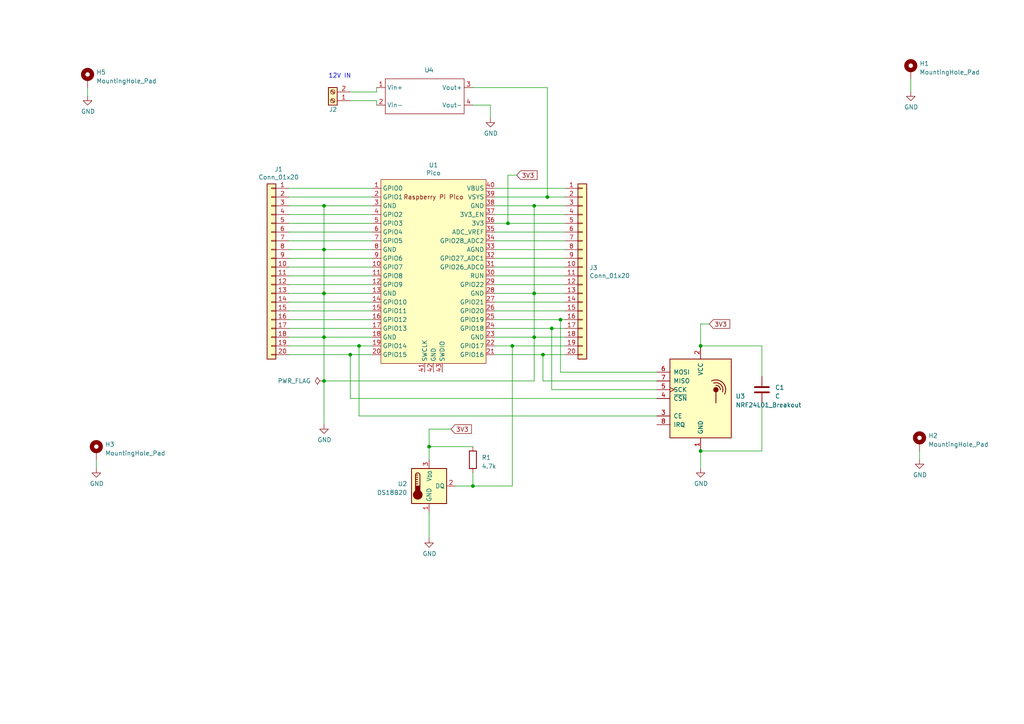
<source format=kicad_sch>
(kicad_sch (version 20230121) (generator eeschema)
  (paper "A4")
  (title_block (title "RF Temp") (date "2023-03-25") (rev "0.4"))
  (lib_symbols
    (symbol "Connector:Screw_Terminal_01x02" (pin_names (offset 1.016) hide)
      (property "Reference" "J" (at 0 2.54 0))
      (property "Value" "Screw_Terminal_01x02" (at 0 -5.08 0))
      (symbol "Screw_Terminal_01x02_1_1"
        (rectangle (start -1.27 1.27) (end 1.27 -3.81) (stroke (width 0.254)) (fill (type background)))
        (circle (center 0 -2.54) (radius 0.635) (stroke (width 0.1524)))
        (polyline (pts (xy -0.5334 -2.2098) (xy 0.3302 -3.048)) (stroke (width 0.1524)))
        (polyline (pts (xy -0.5334 0.3302) (xy 0.3302 -0.508)) (stroke (width 0.1524)))
        (polyline (pts (xy -0.3556 -2.032) (xy 0.508 -2.8702)) (stroke (width 0.1524)))
        (polyline (pts (xy -0.3556 0.508) (xy 0.508 -0.3302)) (stroke (width 0.1524)))
        (circle (center 0 0) (radius 0.635) (stroke (width 0.1524)))
        (pin passive line (at -5.08 0 0) (length 3.81) (name "Pin_1") (number "1"))
        (pin passive line (at -5.08 -2.54 0) (length 3.81) (name "Pin_2") (number "2"))
      )
    )
    (symbol "Connector_Generic:Conn_01x20" (pin_names (offset 1.016) hide)
      (property "Reference" "J" (at 0 25.4 0))
      (property "Value" "Conn_01x20" (at 0 -27.94 0))
      (symbol "Conn_01x20_1_1"
        (rectangle (start -1.27 -25.273) (end 0 -25.527) (stroke (width 0.1524)))
        (rectangle (start -1.27 -22.733) (end 0 -22.987) (stroke (width 0.1524)))
        (rectangle (start -1.27 -20.193) (end 0 -20.447) (stroke (width 0.1524)))
        (rectangle (start -1.27 -17.653) (end 0 -17.907) (stroke (width 0.1524)))
        (rectangle (start -1.27 -15.113) (end 0 -15.367) (stroke (width 0.1524)))
        (rectangle (start -1.27 -12.573) (end 0 -12.827) (stroke (width 0.1524)))
        (rectangle (start -1.27 -10.033) (end 0 -10.287) (stroke (width 0.1524)))
        (rectangle (start -1.27 -7.493) (end 0 -7.747) (stroke (width 0.1524)))
        (rectangle (start -1.27 -4.953) (end 0 -5.207) (stroke (width 0.1524)))
        (rectangle (start -1.27 -2.413) (end 0 -2.667) (stroke (width 0.1524)))
        (rectangle (start -1.27 0.127) (end 0 -0.127) (stroke (width 0.1524)))
        (rectangle (start -1.27 2.667) (end 0 2.413) (stroke (width 0.1524)))
        (rectangle (start -1.27 5.207) (end 0 4.953) (stroke (width 0.1524)))
        (rectangle (start -1.27 7.747) (end 0 7.493) (stroke (width 0.1524)))
        (rectangle (start -1.27 10.287) (end 0 10.033) (stroke (width 0.1524)))
        (rectangle (start -1.27 12.827) (end 0 12.573) (stroke (width 0.1524)))
        (rectangle (start -1.27 15.367) (end 0 15.113) (stroke (width 0.1524)))
        (rectangle (start -1.27 17.907) (end 0 17.653) (stroke (width 0.1524)))
        (rectangle (start -1.27 20.447) (end 0 20.193) (stroke (width 0.1524)))
        (rectangle (start -1.27 22.987) (end 0 22.733) (stroke (width 0.1524)))
        (rectangle (start -1.27 24.13) (end 1.27 -26.67) (stroke (width 0.254)) (fill (type background)))
        (pin passive line (at -5.08 22.86 0) (length 3.81) (name "Pin_1") (number "1"))
        (pin passive line (at -5.08 0 0) (length 3.81) (name "Pin_10") (number "10"))
        (pin passive line (at -5.08 -2.54 0) (length 3.81) (name "Pin_11") (number "11"))
        (pin passive line (at -5.08 -5.08 0) (length 3.81) (name "Pin_12") (number "12"))
        (pin passive line (at -5.08 -7.62 0) (length 3.81) (name "Pin_13") (number "13"))
        (pin passive line (at -5.08 -10.16 0) (length 3.81) (name "Pin_14") (number "14"))
        (pin passive line (at -5.08 -12.7 0) (length 3.81) (name "Pin_15") (number "15"))
        (pin passive line (at -5.08 -15.24 0) (length 3.81) (name "Pin_16") (number "16"))
        (pin passive line (at -5.08 -17.78 0) (length 3.81) (name "Pin_17") (number "17"))
        (pin passive line (at -5.08 -20.32 0) (length 3.81) (name "Pin_18") (number "18"))
        (pin passive line (at -5.08 -22.86 0) (length 3.81) (name "Pin_19") (number "19"))
        (pin passive line (at -5.08 20.32 0) (length 3.81) (name "Pin_2") (number "2"))
        (pin passive line (at -5.08 -25.4 0) (length 3.81) (name "Pin_20") (number "20"))
        (pin passive line (at -5.08 17.78 0) (length 3.81) (name "Pin_3") (number "3"))
        (pin passive line (at -5.08 15.24 0) (length 3.81) (name "Pin_4") (number "4"))
        (pin passive line (at -5.08 12.7 0) (length 3.81) (name "Pin_5") (number "5"))
        (pin passive line (at -5.08 10.16 0) (length 3.81) (name "Pin_6") (number "6"))
        (pin passive line (at -5.08 7.62 0) (length 3.81) (name "Pin_7") (number "7"))
        (pin passive line (at -5.08 5.08 0) (length 3.81) (name "Pin_8") (number "8"))
        (pin passive line (at -5.08 2.54 0) (length 3.81) (name "Pin_9") (number "9"))
      )
    )
    (symbol "Device:C" (pin_numbers hide) (pin_names (offset 0.254))
      (property "Reference" "C" (at 0.635 2.54 0))
      (property "Value" "C" (at 0.635 -2.54 0))
      (symbol "C_0_1"
        (polyline (pts (xy -2.032 -0.762) (xy 2.032 -0.762)) (stroke (width 0.508)))
        (polyline (pts (xy -2.032 0.762) (xy 2.032 0.762)) (stroke (width 0.508)))
      )
      (symbol "C_1_1"
        (pin passive line (at 0 3.81 270) (length 2.794) (name "~") (number "1"))
        (pin passive line (at 0 -3.81 90) (length 2.794) (name "~") (number "2"))
      )
    )
    (symbol "Device:R" (pin_numbers hide) (pin_names (offset 0))
      (property "Reference" "R" (at 2.032 0 90))
      (property "Value" "R" (at 0 0 90))
      (symbol "R_0_1"
        (rectangle (start -1.016 -2.54) (end 1.016 2.54) (stroke (width 0.254)))
      )
      (symbol "R_1_1"
        (pin passive line (at 0 3.81 270) (length 1.27) (name "~") (number "1"))
        (pin passive line (at 0 -3.81 90) (length 1.27) (name "~") (number "2"))
      )
    )
    (symbol "MCU_RaspberryPi_and_Boards:Pico"
      (property "Reference" "U" (at -13.97 27.94 0))
      (property "Value" "Pico" (at 0 19.05 0))
      (symbol "Pico_0_0"
        (text "Raspberry Pi Pico" (at 0 21.59 0) (effects (font (size 1.27 1.27))))
      )
      (symbol "Pico_0_1"
        (rectangle (start -15.24 26.67) (end 15.24 -26.67) (fill (type background)))
      )
      (symbol "Pico_1_1"
        (pin bidirectional line (at -17.78 24.13 0) (length 2.54) (name "GPIO0") (number "1"))
        (pin bidirectional line (at -17.78 1.27 0) (length 2.54) (name "GPIO7") (number "10"))
        (pin bidirectional line (at -17.78 -1.27 0) (length 2.54) (name "GPIO8") (number "11"))
        (pin bidirectional line (at -17.78 -3.81 0) (length 2.54) (name "GPIO9") (number "12"))
        (pin power_in line (at -17.78 -6.35 0) (length 2.54) (name "GND") (number "13"))
        (pin bidirectional line (at -17.78 -8.89 0) (length 2.54) (name "GPIO10") (number "14"))
        (pin bidirectional line (at -17.78 -11.43 0) (length 2.54) (name "GPIO11") (number "15"))
        (pin bidirectional line (at -17.78 -13.97 0) (length 2.54) (name "GPIO12") (number "16"))
        (pin bidirectional line (at -17.78 -16.51 0) (length 2.54) (name "GPIO13") (number "17"))
        (pin power_in line (at -17.78 -19.05 0) (length 2.54) (name "GND") (number "18"))
        (pin bidirectional line (at -17.78 -21.59 0) (length 2.54) (name "GPIO14") (number "19"))
        (pin bidirectional line (at -17.78 21.59 0) (length 2.54) (name "GPIO1") (number "2"))
        (pin bidirectional line (at -17.78 -24.13 0) (length 2.54) (name "GPIO15") (number "20"))
        (pin bidirectional line (at 17.78 -24.13 180) (length 2.54) (name "GPIO16") (number "21"))
        (pin bidirectional line (at 17.78 -21.59 180) (length 2.54) (name "GPIO17") (number "22"))
        (pin power_in line (at 17.78 -19.05 180) (length 2.54) (name "GND") (number "23"))
        (pin bidirectional line (at 17.78 -16.51 180) (length 2.54) (name "GPIO18") (number "24"))
        (pin bidirectional line (at 17.78 -13.97 180) (length 2.54) (name "GPIO19") (number "25"))
        (pin bidirectional line (at 17.78 -11.43 180) (length 2.54) (name "GPIO20") (number "26"))
        (pin bidirectional line (at 17.78 -8.89 180) (length 2.54) (name "GPIO21") (number "27"))
        (pin power_in line (at 17.78 -6.35 180) (length 2.54) (name "GND") (number "28"))
        (pin bidirectional line (at 17.78 -3.81 180) (length 2.54) (name "GPIO22") (number "29"))
        (pin power_in line (at -17.78 19.05 0) (length 2.54) (name "GND") (number "3"))
        (pin input line (at 17.78 -1.27 180) (length 2.54) (name "RUN") (number "30"))
        (pin bidirectional line (at 17.78 1.27 180) (length 2.54) (name "GPIO26_ADC0") (number "31"))
        (pin bidirectional line (at 17.78 3.81 180) (length 2.54) (name "GPIO27_ADC1") (number "32"))
        (pin power_in line (at 17.78 6.35 180) (length 2.54) (name "AGND") (number "33"))
        (pin bidirectional line (at 17.78 8.89 180) (length 2.54) (name "GPIO28_ADC2") (number "34"))
        (pin power_in line (at 17.78 11.43 180) (length 2.54) (name "ADC_VREF") (number "35"))
        (pin power_in line (at 17.78 13.97 180) (length 2.54) (name "3V3") (number "36"))
        (pin input line (at 17.78 16.51 180) (length 2.54) (name "3V3_EN") (number "37"))
        (pin bidirectional line (at 17.78 19.05 180) (length 2.54) (name "GND") (number "38"))
        (pin power_in line (at 17.78 21.59 180) (length 2.54) (name "VSYS") (number "39"))
        (pin bidirectional line (at -17.78 16.51 0) (length 2.54) (name "GPIO2") (number "4"))
        (pin power_in line (at 17.78 24.13 180) (length 2.54) (name "VBUS") (number "40"))
        (pin input line (at -2.54 -29.21 90) (length 2.54) (name "SWCLK") (number "41"))
        (pin power_in line (at 0 -29.21 90) (length 2.54) (name "GND") (number "42"))
        (pin bidirectional line (at 2.54 -29.21 90) (length 2.54) (name "SWDIO") (number "43"))
        (pin bidirectional line (at -17.78 13.97 0) (length 2.54) (name "GPIO3") (number "5"))
        (pin bidirectional line (at -17.78 11.43 0) (length 2.54) (name "GPIO4") (number "6"))
        (pin bidirectional line (at -17.78 8.89 0) (length 2.54) (name "GPIO5") (number "7"))
        (pin power_in line (at -17.78 6.35 0) (length 2.54) (name "GND") (number "8"))
        (pin bidirectional line (at -17.78 3.81 0) (length 2.54) (name "GPIO6") (number "9"))
      )
    )
    (symbol "Mechanical:MountingHole_Pad" (pin_numbers hide) (pin_names (offset 1.016) hide)
      (property "Reference" "H" (at 0 6.35 0))
      (property "Value" "MountingHole_Pad" (at 0 4.445 0))
      (symbol "MountingHole_Pad_0_1"
        (circle (center 0 1.27) (radius 1.27) (stroke (width 1.27)))
      )
      (symbol "MountingHole_Pad_1_1"
        (pin input line (at 0 -2.54 90) (length 2.54) (name "1") (number "1"))
      )
    )
    (symbol "RF:NRF24L01_Breakout" (pin_names (offset 1.016))
      (property "Reference" "U" (at -8.89 12.7 0))
      (property "Value" "NRF24L01_Breakout" (at 3.81 12.7 0))
      (symbol "NRF24L01_Breakout_0_1"
        (rectangle (start -8.89 11.43) (end 8.89 -11.43) (stroke (width 0.254)) (fill (type background)))
        (polyline (pts (xy 4.445 1.905) (xy 4.445 -1.27)) (stroke (width 0.254)))
        (circle (center 4.445 2.54) (radius 0.635) (stroke (width 0.254)) (fill (type outline)))
        (arc (start 5.715 2.54) (mid 5.3521 3.4546) (end 4.445 3.81) (stroke (width 0.254)))
        (arc (start 6.35 1.905) (mid 5.8763 3.9854) (end 3.81 4.445) (stroke (width 0.254)))
        (arc (start 6.985 1.27) (mid 6.453 4.548) (end 3.175 5.08) (stroke (width 0.254)))
      )
      (symbol "NRF24L01_Breakout_1_1"
        (pin power_in line (at 0 -15.24 90) (length 3.81) (name "GND") (number "1"))
        (pin power_in line (at 0 15.24 270) (length 3.81) (name "VCC") (number "2"))
        (pin input line (at -12.7 -5.08 0) (length 3.81) (name "CE") (number "3"))
        (pin input line (at -12.7 0 0) (length 3.81) (name "~{CSN}") (number "4"))
        (pin input clock (at -12.7 2.54 0) (length 3.81) (name "SCK") (number "5"))
        (pin input line (at -12.7 7.62 0) (length 3.81) (name "MOSI") (number "6"))
        (pin output line (at -12.7 5.08 0) (length 3.81) (name "MISO") (number "7"))
        (pin output line (at -12.7 -7.62 0) (length 3.81) (name "IRQ") (number "8"))
      )
    )
    (symbol "Sensor_Temperature:DS18B20"
      (property "Reference" "U" (at -3.81 6.35 0))
      (property "Value" "DS18B20" (at 6.35 6.35 0))
      (symbol "DS18B20_0_1"
        (rectangle (start -5.08 5.08) (end 5.08 -5.08) (stroke (width 0.254)) (fill (type background)))
        (circle (center -3.302 -2.54) (radius 1.27) (stroke (width 0.254)) (fill (type outline)))
        (rectangle (start -2.667 -1.905) (end -3.937 0) (stroke (width 0.254)) (fill (type outline)))
        (arc (start -2.667 3.175) (mid -3.302 3.8073) (end -3.937 3.175) (stroke (width 0.254)))
        (polyline (pts (xy -3.937 0.635) (xy -3.302 0.635)) (stroke (width 0.254)))
        (polyline (pts (xy -3.937 1.27) (xy -3.302 1.27)) (stroke (width 0.254)))
        (polyline (pts (xy -3.937 1.905) (xy -3.302 1.905)) (stroke (width 0.254)))
        (polyline (pts (xy -3.937 2.54) (xy -3.302 2.54)) (stroke (width 0.254)))
        (polyline (pts (xy -3.937 3.175) (xy -3.937 0)) (stroke (width 0.254)))
        (polyline (pts (xy -3.937 3.175) (xy -3.302 3.175)) (stroke (width 0.254)))
        (polyline (pts (xy -2.667 3.175) (xy -2.667 0)) (stroke (width 0.254)))
      )
      (symbol "DS18B20_1_1"
        (pin power_in line (at 0 -7.62 90) (length 2.54) (name "GND") (number "1"))
        (pin bidirectional line (at 7.62 0 180) (length 2.54) (name "DQ") (number "2"))
        (pin power_in line (at 0 7.62 270) (length 2.54) (name "V_{DD}") (number "3"))
      )
    )
    (symbol "my_LM2596:LM2596AdjBuck"
      (property "Reference" "U" (at 0 0 0))
      (symbol "LM2596AdjBuck_0_1"
        (rectangle (start -12.7 -2.54) (end 10.16 -12.7))
      )
      (symbol "LM2596AdjBuck_1_1"
        (pin power_in line (at -15.24 -5.08 0) (length 2.54) (name "Vin+") (number "1"))
        (pin power_in line (at -15.24 -10.16 0) (length 2.54) (name "Vin-") (number "2"))
        (pin power_out line (at 12.7 -5.08 180) (length 2.54) (name "Vout+") (number "3"))
        (pin power_out line (at 12.7 -10.16 180) (length 2.54) (name "Vout-") (number "4"))
      )
    )
    (symbol "power:GND" (power) (pin_names (offset 0))
      (property "Value" "GND" (at 0 -3.81 0))
      (symbol "GND_0_1"
        (polyline (pts (xy 0 0) (xy 0 -1.27) (xy 1.27 -1.27) (xy 0 -2.54) (xy -1.27 -1.27) (xy 0 -1.27)))
      )
      (symbol "GND_1_1"
        (pin power_in line (at 0 0 270) (length 0) hide (name "GND") (number "1"))
      )
    )
    (symbol "power:PWR_FLAG" (power) (pin_numbers hide) (pin_names (offset 0) hide)
      (property "Value" "PWR_FLAG" (at 0 3.81 0))
      (symbol "PWR_FLAG_0_0"
        (pin power_out line (at 0 0 90) (length 0) (name "pwr") (number "1"))
      )
      (symbol "PWR_FLAG_0_1"
        (polyline (pts (xy 0 0) (xy 0 1.27) (xy -1.016 1.905) (xy 0 2.54) (xy 1.016 1.905) (xy 0 1.27)))
      )
    )
  )
  (junction (at 137.16 140.97))
  (junction (at 124.46 129.54))
  (junction (at 154.94 59.69))
  (junction (at 154.94 85.09))
  (junction (at 157.48 102.87))
  (junction (at 154.94 97.79))
  (junction (at 101.6 102.87))
  (junction (at 93.98 97.79))
  (junction (at 93.98 85.09))
  (junction (at 93.98 72.39))
  (junction (at 158.75 57.15))
  (junction (at 162.56 92.71))
  (junction (at 147.32 64.77))
  (junction (at 148.59 100.33))
  (junction (at 93.98 59.69))
  (junction (at 160.02 95.25))
  (junction (at 93.98 110.49))
  (junction (at 104.14 100.33))
  (junction (at 203.2 100.33))
  (junction (at 203.2 130.81))
  (wire (pts (xy 83.82 67.31) (xy 107.95 67.31)))
  (wire (pts (xy 107.95 85.09) (xy 93.98 85.09)))
  (wire (pts (xy 83.82 62.23) (xy 107.95 62.23)))
  (wire (pts (xy 143.51 95.25) (xy 160.02 95.25)))
  (wire (pts (xy 83.82 59.69) (xy 93.98 59.69)))
  (wire (pts (xy 25.4 25.4) (xy 25.4 27.94)))
  (wire (pts (xy 149.86 50.8) (xy 147.32 50.8)))
  (wire (pts (xy 220.98 100.33) (xy 203.2 100.33)))
  (wire (pts (xy 147.32 50.8) (xy 147.32 64.77)))
  (wire (pts (xy 148.59 100.33) (xy 163.83 100.33)))
  (wire (pts (xy 83.82 95.25) (xy 107.95 95.25)))
  (wire (pts (xy 163.83 92.71) (xy 162.56 92.71)))
  (wire (pts (xy 147.32 64.77) (xy 163.83 64.77)))
  (wire (pts (xy 203.2 130.81) (xy 220.98 130.81)))
  (wire (pts (xy 83.82 80.01) (xy 107.95 80.01)))
  (wire (pts (xy 163.83 87.63) (xy 143.51 87.63)))
  (wire (pts (xy 124.46 129.54) (xy 137.16 129.54)))
  (wire (pts (xy 162.56 92.71) (xy 162.56 107.95)))
  (wire (pts (xy 163.83 82.55) (xy 143.51 82.55)))
  (wire (pts (xy 154.94 59.69) (xy 163.83 59.69)))
  (wire (pts (xy 157.48 102.87) (xy 143.51 102.87)))
  (wire (pts (xy 163.83 77.47) (xy 143.51 77.47)))
  (wire (pts (xy 93.98 110.49) (xy 93.98 123.19)))
  (wire (pts (xy 143.51 80.01) (xy 163.83 80.01)))
  (wire (pts (xy 157.48 110.49) (xy 190.5 110.49)))
  (wire (pts (xy 124.46 148.59) (xy 124.46 156.21)))
  (wire (pts (xy 83.82 87.63) (xy 107.95 87.63)))
  (wire (pts (xy 264.16 22.86) (xy 264.16 26.67)))
  (wire (pts (xy 142.24 34.29) (xy 142.24 30.48)))
  (wire (pts (xy 142.24 30.48) (xy 137.16 30.48)))
  (wire (pts (xy 143.51 100.33) (xy 148.59 100.33)))
  (wire (pts (xy 27.94 133.35) (xy 27.94 135.89)))
  (wire (pts (xy 148.59 140.97) (xy 148.59 100.33)))
  (wire (pts (xy 220.98 130.81) (xy 220.98 116.84)))
  (wire (pts (xy 104.14 120.65) (xy 190.5 120.65)))
  (wire (pts (xy 163.83 72.39) (xy 143.51 72.39)))
  (wire (pts (xy 143.51 90.17) (xy 163.83 90.17)))
  (wire (pts (xy 83.82 69.85) (xy 107.95 69.85)))
  (wire (pts (xy 143.51 62.23) (xy 163.83 62.23)))
  (wire (pts (xy 104.14 120.65) (xy 104.14 100.33)))
  (wire (pts (xy 83.82 92.71) (xy 107.95 92.71)))
  (wire (pts (xy 104.14 100.33) (xy 83.82 100.33)))
  (wire (pts (xy 124.46 124.46) (xy 124.46 129.54)))
  (wire (pts (xy 163.83 102.87) (xy 157.48 102.87)))
  (wire (pts (xy 190.5 113.03) (xy 160.02 113.03)))
  (wire (pts (xy 83.82 64.77) (xy 107.95 64.77)))
  (wire (pts (xy 101.6 29.21) (xy 109.22 29.21)))
  (wire (pts (xy 143.51 85.09) (xy 154.94 85.09)))
  (wire (pts (xy 93.98 59.69) (xy 107.95 59.69)))
  (wire (pts (xy 93.98 97.79) (xy 107.95 97.79)))
  (wire (pts (xy 162.56 107.95) (xy 190.5 107.95)))
  (wire (pts (xy 93.98 97.79) (xy 93.98 85.09)))
  (wire (pts (xy 132.08 140.97) (xy 137.16 140.97)))
  (wire (pts (xy 109.22 29.21) (xy 109.22 30.48)))
  (wire (pts (xy 162.56 92.71) (xy 143.51 92.71)))
  (wire (pts (xy 143.51 64.77) (xy 147.32 64.77)))
  (wire (pts (xy 143.51 69.85) (xy 163.83 69.85)))
  (wire (pts (xy 83.82 102.87) (xy 101.6 102.87)))
  (wire (pts (xy 220.98 109.22) (xy 220.98 100.33)))
  (wire (pts (xy 143.51 59.69) (xy 154.94 59.69)))
  (wire (pts (xy 93.98 72.39) (xy 107.95 72.39)))
  (wire (pts (xy 104.14 100.33) (xy 107.95 100.33)))
  (wire (pts (xy 154.94 85.09) (xy 154.94 59.69)))
  (wire (pts (xy 163.83 57.15) (xy 158.75 57.15)))
  (wire (pts (xy 83.82 72.39) (xy 93.98 72.39)))
  (wire (pts (xy 83.82 54.61) (xy 107.95 54.61)))
  (wire (pts (xy 101.6 26.67) (xy 109.22 26.67)))
  (wire (pts (xy 160.02 95.25) (xy 163.83 95.25)))
  (wire (pts (xy 124.46 133.35) (xy 124.46 129.54)))
  (wire (pts (xy 158.75 25.4) (xy 158.75 57.15)))
  (wire (pts (xy 163.83 97.79) (xy 154.94 97.79)))
  (wire (pts (xy 203.2 93.98) (xy 203.2 100.33)))
  (wire (pts (xy 101.6 102.87) (xy 107.95 102.87)))
  (wire (pts (xy 93.98 72.39) (xy 93.98 59.69)))
  (wire (pts (xy 83.82 82.55) (xy 107.95 82.55)))
  (wire (pts (xy 143.51 74.93) (xy 163.83 74.93)))
  (wire (pts (xy 93.98 85.09) (xy 83.82 85.09)))
  (wire (pts (xy 107.95 90.17) (xy 83.82 90.17)))
  (wire (pts (xy 109.22 26.67) (xy 109.22 25.4)))
  (wire (pts (xy 157.48 110.49) (xy 157.48 102.87)))
  (wire (pts (xy 101.6 115.57) (xy 190.5 115.57)))
  (wire (pts (xy 93.98 110.49) (xy 154.94 110.49)))
  (wire (pts (xy 143.51 54.61) (xy 163.83 54.61)))
  (wire (pts (xy 203.2 100.33) (xy 203.2 101.6)))
  (wire (pts (xy 266.7 130.81) (xy 266.7 133.35)))
  (wire (pts (xy 137.16 25.4) (xy 158.75 25.4)))
  (wire (pts (xy 154.94 85.09) (xy 163.83 85.09)))
  (wire (pts (xy 154.94 97.79) (xy 154.94 85.09)))
  (wire (pts (xy 163.83 67.31) (xy 143.51 67.31)))
  (wire (pts (xy 137.16 140.97) (xy 148.59 140.97)))
  (wire (pts (xy 93.98 85.09) (xy 93.98 72.39)))
  (wire (pts (xy 205.74 93.98) (xy 203.2 93.98)))
  (wire (pts (xy 203.2 130.81) (xy 203.2 135.89)))
  (wire (pts (xy 83.82 77.47) (xy 107.95 77.47)))
  (wire (pts (xy 160.02 95.25) (xy 160.02 113.03)))
  (wire (pts (xy 154.94 97.79) (xy 143.51 97.79)))
  (wire (pts (xy 83.82 57.15) (xy 107.95 57.15)))
  (wire (pts (xy 130.81 124.46) (xy 124.46 124.46)))
  (wire (pts (xy 83.82 97.79) (xy 93.98 97.79)))
  (wire (pts (xy 154.94 110.49) (xy 154.94 97.79)))
  (wire (pts (xy 83.82 74.93) (xy 107.95 74.93)))
  (wire (pts (xy 93.98 97.79) (xy 93.98 110.49)))
  (wire (pts (xy 101.6 102.87) (xy 101.6 115.57)))
  (wire (pts (xy 158.75 57.15) (xy 143.51 57.15)))
  (wire (pts (xy 137.16 137.16) (xy 137.16 140.97)))
  (text "12V IN" (at 95.25 22.86 0) (effects (font (size 1.27 1.27)) (justify left bottom)))
  (global_label "3V3" (shape input) (at 205.74 93.98 0) (property "Intersheetrefs" "${INTERSHEET_REFS}" (effects hide)))
  (global_label "3V3" (shape input) (at 149.86 50.8 0) (property "Intersheetrefs" "${INTERSHEET_REFS}" (effects hide)))
  (global_label "3V3" (shape input) (at 130.81 124.46 0) (property "Intersheetrefs" "${INTERSHEET_REFS}" (effects hide)))
  (symbol (lib_id "power:GND") (at 124.46 156.21 0) (unit 1)
    (property "Reference" "#PWR05" (effects hide))
    (property "Value" "GND" (at 124.587 160.6042 0))
  )
  (symbol (lib_id "power:GND") (at 203.2 135.89 0) (unit 1)
    (property "Reference" "#PWR03" (effects hide))
    (property "Value" "GND" (at 203.327 140.2842 0))
  )
  (symbol (lib_id "power:GND") (at 266.7 133.35 0) (unit 1)
    (property "Reference" "#PWR06" (effects hide))
    (property "Value" "GND" (at 266.827 137.7442 0))
  )
  (symbol (lib_id "power:GND") (at 93.98 123.19 0) (unit 1)
    (property "Reference" "#PWR01" (effects hide))
    (property "Value" "GND" (at 94.107 127.5842 0))
  )
  (symbol (lib_id "Mechanical:MountingHole_Pad") (at 264.16 20.32 0) (unit 1)
    (property "Reference" "H1" (at 266.7 18.415 0) (effects (justify left)))
    (property "Value" "MountingHole_Pad" (at 266.7 20.955 0) (effects (justify left)))
    (property "Footprint" "MountingHole:MountingHole_2.5mm_Pad_Via" (effects hide))
  )
  (symbol (lib_id "my_LM2596:LM2596AdjBuck") (at 124.46 20.32 0) (unit 1)
    (property "Reference" "U4" (at 124.46 20.32 0))
    (property "Value" "~" (at 124.46 20.32 0))
    (property "Footprint" "my_LM2596_Library:my_LM2596AdjBuck" (effects hide))
  )
  (symbol (lib_id "power:GND") (at 142.24 34.29 0) (unit 1)
    (property "Reference" "#PWR09" (effects hide))
    (property "Value" "GND" (at 142.367 38.6842 0))
  )
  (symbol (lib_id "Mechanical:MountingHole_Pad") (at 27.94 130.81 0) (unit 1)
    (property "Reference" "H3" (at 30.48 128.905 0) (effects (justify left)))
    (property "Value" "MountingHole_Pad" (at 30.48 131.445 0) (effects (justify left)))
    (property "Footprint" "MountingHole:MountingHole_2.5mm_Pad_Via" (effects hide))
  )
  (symbol (lib_id "Connector_Generic:Conn_01x20") (at 78.74 77.47 0) (mirror y) (unit 1)
    (property "Reference" "J1" (at 80.8228 49.0982 0))
    (property "Value" "Conn_01x20" (at 80.8228 51.4096 0))
    (property "Footprint" "Connector_PinSocket_2.54mm:PinSocket_1x20_P2.54mm_Vertical" (effects hide))
  )
  (symbol (lib_id "power:GND") (at 27.94 135.89 0) (unit 1)
    (property "Reference" "#PWR07" (effects hide))
    (property "Value" "GND" (at 28.067 140.2842 0))
  )
  (symbol (lib_id "Mechanical:MountingHole_Pad") (at 266.7 128.27 0) (unit 1)
    (property "Reference" "H2" (at 269.24 126.365 0) (effects (justify left)))
    (property "Value" "MountingHole_Pad" (at 269.24 128.905 0) (effects (justify left)))
    (property "Footprint" "MountingHole:MountingHole_2.5mm_Pad_Via" (effects hide))
  )
  (symbol (lib_id "Connector_Generic:Conn_01x20") (at 168.91 77.47 0) (unit 1)
    (property "Reference" "J3" (at 170.942 77.6732 0) (effects (justify left)))
    (property "Value" "Conn_01x20" (at 170.942 79.9846 0) (effects (justify left)))
    (property "Footprint" "Connector_PinSocket_2.54mm:PinSocket_1x20_P2.54mm_Vertical" (effects hide))
  )
  (symbol (lib_id "power:PWR_FLAG") (at 93.98 110.49 90) (unit 1)
    (property "Reference" "#FLG01" (effects hide))
    (property "Value" "PWR_FLAG" (at 90.17 110.49 90) (effects (justify left)))
  )
  (symbol (lib_id "Connector:Screw_Terminal_01x02") (at 96.52 29.21 180) (unit 1)
    (property "Reference" "J2" (at 97.79 31.75 0) (effects (justify left)))
    (property "Value" "Screw_Terminal_01x02" (effects hide))
    (property "Footprint" "TerminalBlock:TerminalBlock_bornier-2_P5.08mm" (effects hide))
  )
  (symbol (lib_id "RF:NRF24L01_Breakout") (at 203.2 115.57 0) (unit 1)
    (property "Reference" "U3" (at 213.36 114.935 0) (effects (justify left)))
    (property "Value" "NRF24L01_Breakout" (at 213.36 117.475 0) (effects (justify left)))
    (property "Footprint" "RF_Module:nRF24L01_Breakout" (effects hide))
    (property "Datasheet" "http://www.nordicsemi.com/eng/content/download/2730/34105/file/nRF24L01_Product_Specification_v2_0.pdf" (effects hide))
  )
  (symbol (lib_id "power:GND") (at 25.4 27.94 0) (unit 1)
    (property "Reference" "#PWR08" (effects hide))
    (property "Value" "GND" (at 25.527 32.3342 0))
  )
  (symbol (lib_id "Mechanical:MountingHole_Pad") (at 25.4 22.86 0) (unit 1)
    (property "Reference" "H5" (at 27.94 20.955 0) (effects (justify left)))
    (property "Value" "MountingHole_Pad" (at 27.94 23.495 0) (effects (justify left)))
    (property "Footprint" "MountingHole:MountingHole_2.5mm_Pad_Via" (effects hide))
  )
  (symbol (lib_id "MCU_RaspberryPi_and_Boards:Pico") (at 125.73 78.74 0) (unit 1)
    (property "Reference" "U1" (at 125.73 47.879 0))
    (property "Value" "Pico" (at 125.73 50.1904 0))
    (property "Footprint" "MCU_RaspberryPi_and_Boards:RPi_Pico_SMD_TH" (effects hide))
  )
  (symbol (lib_id "Device:C") (at 220.98 113.03 0) (unit 1)
    (property "Reference" "C1" (at 224.79 112.395 0) (effects (justify left)))
    (property "Value" "C" (at 224.79 114.935 0) (effects (justify left)))
    (property "Footprint" "Capacitor_THT:C_Disc_D7.5mm_W5.0mm_P5.00mm" (effects hide))
  )
  (symbol (lib_id "Sensor_Temperature:DS18B20") (at 124.46 140.97 0) (unit 1)
    (property "Reference" "U2" (at 118.11 140.335 0) (effects (justify right)))
    (property "Value" "DS18B20" (at 118.11 142.875 0) (effects (justify right)))
    (property "Footprint" "Package_TO_SOT_THT:TO-126-3_Vertical" (effects hide))
    (property "Datasheet" "http://datasheets.maximintegrated.com/en/ds/DS18B20.pdf" (effects hide))
  )
  (symbol (lib_id "Device:R") (at 137.16 133.35 0) (unit 1)
    (property "Reference" "R1" (at 139.7 132.715 0) (effects (justify left)))
    (property "Value" "4.7k" (at 139.7 135.255 0) (effects (justify left)))
    (property "Footprint" "Resistor_THT:R_Axial_DIN0207_L6.3mm_D2.5mm_P10.16mm_Horizontal" (effects hide))
  )
  (symbol (lib_id "power:GND") (at 264.16 26.67 0) (unit 1)
    (property "Reference" "#PWR04" (effects hide))
    (property "Value" "GND" (at 264.287 31.0642 0))
  )
)
</source>
